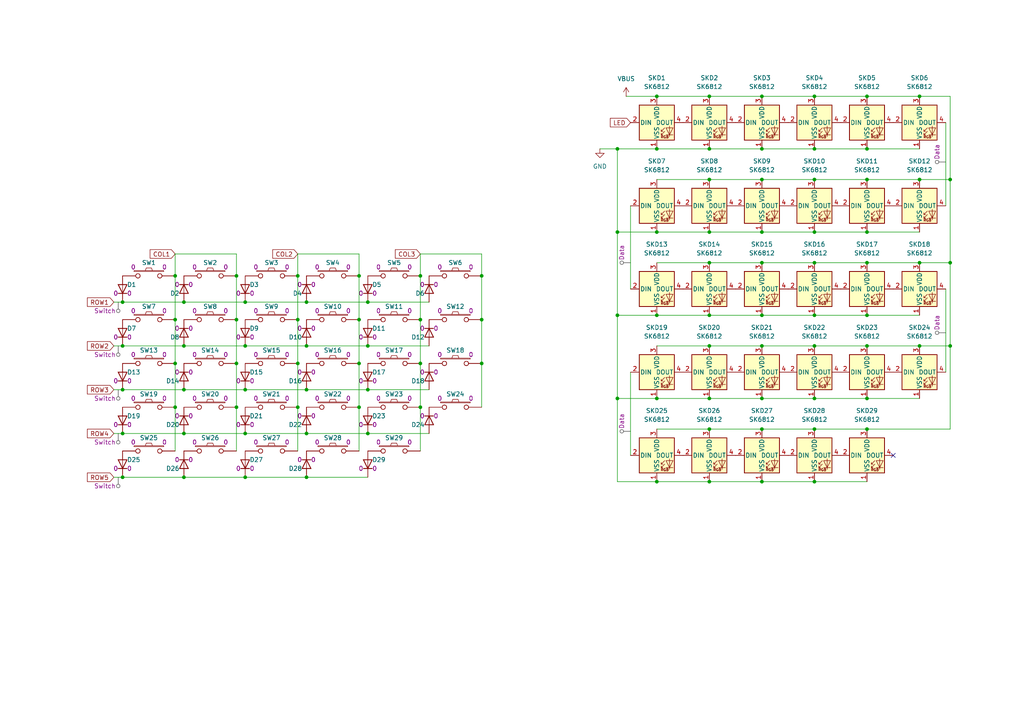
<source format=kicad_sch>
(kicad_sch (version 20250114) (generator "eeschema") (generator_version "9.0")
  (paper "A4")
  (lib_symbols
    (symbol "LED:SK6812" (pin_names (offset 0.254))
      (property "Reference" "D" (at 5.08 5.715 0))
      (property "Value" "SK6812" (at 1.27 -5.715 0))
      (symbol "SK6812_0_0"
        (text "RGB" (at 2.286 -4.191 0) (effects (font (size 0.762 0.762))))
      )
      (symbol "SK6812_0_1"
        (polyline (pts (xy 1.27 -2.54) (xy 1.778 -2.54)))
        (polyline (pts (xy 1.27 -3.556) (xy 1.778 -3.556)))
        (polyline (pts (xy 2.286 -1.524) (xy 1.27 -2.54) (xy 1.27 -2.032)))
        (polyline (pts (xy 2.286 -2.54) (xy 1.27 -3.556) (xy 1.27 -3.048)))
        (polyline (pts (xy 3.683 -1.016) (xy 3.683 -3.556) (xy 3.683 -4.064)))
        (polyline (pts (xy 4.699 -1.524) (xy 2.667 -1.524) (xy 3.683 -3.556) (xy 4.699 -1.524)))
        (polyline (pts (xy 4.699 -3.556) (xy 2.667 -3.556)))
        (rectangle (start 5.08 5.08) (end -5.08 -5.08) (stroke (width 0.254)) (fill (type background)))
      )
      (symbol "SK6812_1_1"
        (pin input line (at -7.62 0 0) (length 2.54) (name "DIN") (number "2"))
        (pin power_in line (at 0 7.62 270) (length 2.54) (name "VDD") (number "3"))
        (pin power_in line (at 0 -7.62 90) (length 2.54) (name "VSS") (number "1"))
        (pin output line (at 7.62 0 180) (length 2.54) (name "DOUT") (number "4"))
      )
    )
    (symbol "power:GND" (power) (pin_numbers (hide yes)) (pin_names (offset 0) (hide yes))
      (property "Value" "GND" (at 0 -3.81 0))
      (symbol "GND_0_1"
        (polyline (pts (xy 0 0) (xy 0 -1.27) (xy 1.27 -1.27) (xy 0 -2.54) (xy -1.27 -1.27) (xy 0 -1.27)))
      )
      (symbol "GND_1_1"
        (pin power_in line (at 0 0 270) (length 0) (name "~") (number "1"))
      )
    )
    (symbol "power:VCC" (power) (pin_numbers (hide yes)) (pin_names (offset 0) (hide yes))
      (property "Value" "VCC" (at 0 3.556 0))
      (symbol "VCC_0_1"
        (polyline (pts (xy -0.762 1.27) (xy 0 2.54)))
        (polyline (pts (xy 0 2.54) (xy 0.762 1.27)))
        (polyline (pts (xy 0 0) (xy 0 2.54)))
      )
      (symbol "VCC_1_1"
        (pin power_in line (at 0 0 90) (length 0) (name "~") (number "1"))
      )
    )
    (symbol "zzkeeb:Diode" (pin_numbers (hide yes)) (pin_names (offset 1.016) (hide yes))
      (property "Reference" "D" (at 1.27 1.27 0))
      (property "row" "0" (at -1.27 -1.27 0))
      (property "col" "0" (at 1.27 -1.27 0))
      (symbol "Diode_0_1"
        (polyline (pts (xy -1.27 1.27) (xy 1.27 1.27) (xy 0 -1.27) (xy -1.27 1.27)) (stroke (width 0.254)))
        (polyline (pts (xy -1.27 -1.27) (xy 1.27 -1.27)) (stroke (width 0.254)))
        (polyline (pts (xy 0 1.27) (xy 0 -1.27)))
      )
      (symbol "Diode_1_1"
        (pin passive line (at 0 3.81 270) (length 2.54) (name "A") (number "2"))
        (pin passive line (at 0 -3.81 90) (length 2.54) (name "K") (number "1"))
      )
    )
    (symbol "zzkeeb:Switch" (pin_numbers (hide yes)) (pin_names (offset 1.016) (hide yes))
      (property "Reference" "SW" (at 0 3.81 0))
      (property "row" "0" (at -3.81 2.54 0))
      (property "col" "0" (at 3.81 2.54 0))
      (symbol "Switch_0_1"
        (rectangle (start -4.318 1.524) (end 4.318 1.27))
        (polyline (pts (xy -1.016 1.524) (xy -0.762 2.286) (xy 0.762 2.286) (xy 1.016 1.524)))
        (pin passive inverted (at -7.62 0 0) (length 5.08) (name "1") (number "1"))
        (pin passive inverted (at 7.62 0 180) (length 5.08) (name "2") (number "2"))
      )
    )
  )
  (junction (at 205.74 100.33))
  (junction (at 104.14 118.11))
  (junction (at 236.22 91.44))
  (junction (at 220.98 91.44))
  (junction (at 50.8 118.11))
  (junction (at 121.92 118.11))
  (junction (at 205.74 67.31))
  (junction (at 86.36 118.11))
  (junction (at 88.9 113.03))
  (junction (at 190.5 139.7))
  (junction (at 71.12 87.63))
  (junction (at 205.74 124.46))
  (junction (at 205.74 91.44))
  (junction (at 71.12 100.33))
  (junction (at 251.46 52.07))
  (junction (at 106.68 100.33))
  (junction (at 50.8 92.71))
  (junction (at 251.46 124.46))
  (junction (at 139.7 92.71))
  (junction (at 236.22 124.46))
  (junction (at 121.92 92.71))
  (junction (at 50.8 105.41))
  (junction (at 104.14 80.01))
  (junction (at 88.9 87.63))
  (junction (at 220.98 139.7))
  (junction (at 266.7 27.94))
  (junction (at 88.9 138.43))
  (junction (at 35.56 138.43))
  (junction (at 179.07 67.31))
  (junction (at 251.46 67.31))
  (junction (at 68.58 80.01))
  (junction (at 106.68 125.73))
  (junction (at 35.56 87.63))
  (junction (at 179.07 43.18))
  (junction (at 205.74 139.7))
  (junction (at 86.36 80.01))
  (junction (at 139.7 80.01))
  (junction (at 68.58 118.11))
  (junction (at 35.56 113.03))
  (junction (at 190.5 91.44))
  (junction (at 220.98 67.31))
  (junction (at 104.14 92.71))
  (junction (at 236.22 43.18))
  (junction (at 266.7 52.07))
  (junction (at 275.59 52.07))
  (junction (at 190.5 115.57))
  (junction (at 251.46 43.18))
  (junction (at 275.59 100.33))
  (junction (at 190.5 43.18))
  (junction (at 139.7 105.41))
  (junction (at 53.34 125.73))
  (junction (at 236.22 115.57))
  (junction (at 71.12 138.43))
  (junction (at 251.46 76.2))
  (junction (at 190.5 67.31))
  (junction (at 220.98 115.57))
  (junction (at 251.46 100.33))
  (junction (at 220.98 124.46))
  (junction (at 236.22 100.33))
  (junction (at 220.98 100.33))
  (junction (at 236.22 27.94))
  (junction (at 50.8 80.01))
  (junction (at 35.56 100.33))
  (junction (at 220.98 27.94))
  (junction (at 53.34 113.03))
  (junction (at 179.07 115.57))
  (junction (at 106.68 113.03))
  (junction (at 121.92 105.41))
  (junction (at 71.12 113.03))
  (junction (at 121.92 80.01))
  (junction (at 205.74 76.2))
  (junction (at 236.22 67.31))
  (junction (at 220.98 43.18))
  (junction (at 53.34 138.43))
  (junction (at 106.68 87.63))
  (junction (at 68.58 105.41))
  (junction (at 275.59 76.2))
  (junction (at 266.7 100.33))
  (junction (at 205.74 52.07))
  (junction (at 236.22 76.2))
  (junction (at 179.07 91.44))
  (junction (at 251.46 115.57))
  (junction (at 86.36 105.41))
  (junction (at 251.46 27.94))
  (junction (at 205.74 27.94))
  (junction (at 190.5 27.94))
  (junction (at 266.7 76.2))
  (junction (at 104.14 105.41))
  (junction (at 88.9 125.73))
  (junction (at 35.56 125.73))
  (junction (at 88.9 100.33))
  (junction (at 220.98 52.07))
  (junction (at 251.46 91.44))
  (junction (at 53.34 87.63))
  (junction (at 53.34 100.33))
  (junction (at 220.98 76.2))
  (junction (at 86.36 92.71))
  (junction (at 68.58 92.71))
  (junction (at 236.22 139.7))
  (junction (at 205.74 115.57))
  (junction (at 205.74 43.18))
  (junction (at 236.22 52.07))
  (junction (at 71.12 125.73))
  (no_connect (at 259.08 132.08))
  (wire (pts (xy 88.9 113.03) (xy 106.68 113.03)))
  (wire (pts (xy 251.46 91.44) (xy 266.7 91.44)))
  (wire (pts (xy 53.34 100.33) (xy 71.12 100.33)))
  (wire (pts (xy 236.22 52.07) (xy 251.46 52.07)))
  (wire (pts (xy 86.36 118.11) (xy 86.36 130.81)))
  (wire (pts (xy 220.98 91.44) (xy 236.22 91.44)))
  (wire (pts (xy 35.56 87.63) (xy 53.34 87.63)))
  (wire (pts (xy 205.74 76.2) (xy 220.98 76.2)))
  (wire (pts (xy 179.07 91.44) (xy 179.07 115.57)))
  (wire (pts (xy 71.12 138.43) (xy 88.9 138.43)))
  (wire (pts (xy 205.74 100.33) (xy 220.98 100.33)))
  (wire (pts (xy 236.22 139.7) (xy 251.46 139.7)))
  (wire (pts (xy 88.9 87.63) (xy 106.68 87.63)))
  (wire (pts (xy 190.5 115.57) (xy 205.74 115.57)))
  (wire (pts (xy 205.74 91.44) (xy 220.98 91.44)))
  (wire (pts (xy 53.34 138.43) (xy 71.12 138.43)))
  (wire (pts (xy 53.34 113.03) (xy 71.12 113.03)))
  (wire (pts (xy 50.8 118.11) (xy 50.8 130.81)))
  (wire (pts (xy 71.12 87.63) (xy 88.9 87.63)))
  (wire (pts (xy 139.7 92.71) (xy 139.7 105.41)))
  (wire (pts (xy 236.22 67.31) (xy 251.46 67.31)))
  (wire (pts (xy 88.9 100.33) (xy 106.68 100.33)))
  (wire (pts (xy 86.36 105.41) (xy 86.36 118.11)))
  (wire (pts (xy 220.98 139.7) (xy 236.22 139.7)))
  (wire (pts (xy 205.74 139.7) (xy 220.98 139.7)))
  (wire (pts (xy 104.14 80.01) (xy 104.14 92.71)))
  (wire (pts (xy 106.68 113.03) (xy 124.46 113.03)))
  (wire (pts (xy 179.07 67.31) (xy 179.07 91.44)))
  (wire (pts (xy 220.98 115.57) (xy 236.22 115.57)))
  (wire (pts (xy 179.07 139.7) (xy 190.5 139.7)))
  (wire (pts (xy 50.8 105.41) (xy 50.8 118.11)))
  (wire (pts (xy 220.98 52.07) (xy 236.22 52.07)))
  (wire (pts (xy 190.5 91.44) (xy 205.74 91.44)))
  (wire (pts (xy 220.98 100.33) (xy 236.22 100.33)))
  (wire (pts (xy 275.59 27.94) (xy 275.59 52.07)))
  (wire (pts (xy 139.7 73.66) (xy 139.7 80.01)))
  (wire (pts (xy 33.02 113.03) (xy 35.56 113.03)))
  (wire (pts (xy 236.22 91.44) (xy 251.46 91.44)))
  (wire (pts (xy 190.5 76.2) (xy 205.74 76.2)))
  (wire (pts (xy 190.5 100.33) (xy 205.74 100.33)))
  (wire (pts (xy 220.98 43.18) (xy 236.22 43.18)))
  (wire (pts (xy 179.07 115.57) (xy 179.07 139.7)))
  (wire (pts (xy 139.7 105.41) (xy 139.7 118.11)))
  (wire (pts (xy 179.07 115.57) (xy 190.5 115.57)))
  (wire (pts (xy 251.46 76.2) (xy 266.7 76.2)))
  (wire (pts (xy 251.46 43.18) (xy 266.7 43.18)))
  (wire (pts (xy 139.7 80.01) (xy 139.7 92.71)))
  (wire (pts (xy 33.02 125.73) (xy 35.56 125.73)))
  (wire (pts (xy 205.74 27.94) (xy 220.98 27.94)))
  (wire (pts (xy 71.12 125.73) (xy 88.9 125.73)))
  (wire (pts (xy 266.7 52.07) (xy 275.59 52.07)))
  (wire (pts (xy 251.46 67.31) (xy 266.7 67.31)))
  (wire (pts (xy 205.74 115.57) (xy 220.98 115.57)))
  (wire (pts (xy 86.36 73.66) (xy 104.14 73.66)))
  (wire (pts (xy 88.9 125.73) (xy 106.68 125.73)))
  (wire (pts (xy 35.56 100.33) (xy 53.34 100.33)))
  (wire (pts (xy 205.74 43.18) (xy 220.98 43.18)))
  (wire (pts (xy 220.98 76.2) (xy 236.22 76.2)))
  (wire (pts (xy 236.22 27.94) (xy 251.46 27.94)))
  (wire (pts (xy 251.46 100.33) (xy 266.7 100.33)))
  (wire (pts (xy 190.5 27.94) (xy 205.74 27.94)))
  (wire (pts (xy 251.46 124.46) (xy 275.59 124.46)))
  (wire (pts (xy 50.8 73.66) (xy 50.8 80.01)))
  (wire (pts (xy 121.92 73.66) (xy 139.7 73.66)))
  (wire (pts (xy 275.59 76.2) (xy 266.7 76.2)))
  (wire (pts (xy 179.07 91.44) (xy 190.5 91.44)))
  (wire (pts (xy 190.5 67.31) (xy 205.74 67.31)))
  (wire (pts (xy 190.5 124.46) (xy 205.74 124.46)))
  (wire (pts (xy 68.58 118.11) (xy 68.58 130.81)))
  (wire (pts (xy 236.22 76.2) (xy 251.46 76.2)))
  (wire (pts (xy 275.59 100.33) (xy 266.7 100.33)))
  (wire (pts (xy 50.8 73.66) (xy 68.58 73.66)))
  (wire (pts (xy 182.88 59.69) (xy 182.88 83.82)))
  (wire (pts (xy 68.58 73.66) (xy 68.58 80.01)))
  (wire (pts (xy 35.56 138.43) (xy 53.34 138.43)))
  (wire (pts (xy 121.92 73.66) (xy 121.92 80.01)))
  (wire (pts (xy 274.32 35.56) (xy 274.32 59.69)))
  (wire (pts (xy 190.5 52.07) (xy 205.74 52.07)))
  (wire (pts (xy 220.98 27.94) (xy 236.22 27.94)))
  (wire (pts (xy 220.98 124.46) (xy 236.22 124.46)))
  (wire (pts (xy 33.02 87.63) (xy 35.56 87.63)))
  (wire (pts (xy 71.12 100.33) (xy 88.9 100.33)))
  (wire (pts (xy 182.88 107.95) (xy 182.88 132.08)))
  (wire (pts (xy 190.5 139.7) (xy 205.74 139.7)))
  (wire (pts (xy 236.22 43.18) (xy 251.46 43.18)))
  (wire (pts (xy 205.74 124.46) (xy 220.98 124.46)))
  (wire (pts (xy 104.14 92.71) (xy 104.14 105.41)))
  (wire (pts (xy 190.5 43.18) (xy 205.74 43.18)))
  (wire (pts (xy 86.36 92.71) (xy 86.36 105.41)))
  (wire (pts (xy 251.46 27.94) (xy 266.7 27.94)))
  (wire (pts (xy 205.74 52.07) (xy 220.98 52.07)))
  (wire (pts (xy 104.14 73.66) (xy 104.14 80.01)))
  (wire (pts (xy 68.58 92.71) (xy 68.58 105.41)))
  (wire (pts (xy 35.56 113.03) (xy 53.34 113.03)))
  (wire (pts (xy 86.36 80.01) (xy 86.36 92.71)))
  (wire (pts (xy 121.92 80.01) (xy 121.92 92.71)))
  (wire (pts (xy 106.68 100.33) (xy 124.46 100.33)))
  (wire (pts (xy 173.99 43.18) (xy 179.07 43.18)))
  (wire (pts (xy 35.56 125.73) (xy 53.34 125.73)))
  (wire (pts (xy 236.22 124.46) (xy 251.46 124.46)))
  (wire (pts (xy 251.46 52.07) (xy 266.7 52.07)))
  (wire (pts (xy 53.34 125.73) (xy 71.12 125.73)))
  (wire (pts (xy 275.59 76.2) (xy 275.59 100.33)))
  (wire (pts (xy 181.61 27.94) (xy 190.5 27.94)))
  (wire (pts (xy 236.22 115.57) (xy 251.46 115.57)))
  (wire (pts (xy 106.68 87.63) (xy 124.46 87.63)))
  (wire (pts (xy 33.02 100.33) (xy 35.56 100.33)))
  (wire (pts (xy 251.46 115.57) (xy 266.7 115.57)))
  (wire (pts (xy 205.74 67.31) (xy 220.98 67.31)))
  (wire (pts (xy 275.59 52.07) (xy 275.59 76.2)))
  (wire (pts (xy 121.92 105.41) (xy 121.92 118.11)))
  (wire (pts (xy 50.8 80.01) (xy 50.8 92.71)))
  (wire (pts (xy 68.58 105.41) (xy 68.58 118.11)))
  (wire (pts (xy 274.32 83.82) (xy 274.32 107.95)))
  (wire (pts (xy 179.07 43.18) (xy 179.07 67.31)))
  (wire (pts (xy 179.07 67.31) (xy 190.5 67.31)))
  (wire (pts (xy 50.8 92.71) (xy 50.8 105.41)))
  (wire (pts (xy 220.98 67.31) (xy 236.22 67.31)))
  (wire (pts (xy 266.7 27.94) (xy 275.59 27.94)))
  (wire (pts (xy 53.34 87.63) (xy 71.12 87.63)))
  (wire (pts (xy 236.22 100.33) (xy 251.46 100.33)))
  (wire (pts (xy 86.36 73.66) (xy 86.36 80.01)))
  (wire (pts (xy 68.58 80.01) (xy 68.58 92.71)))
  (wire (pts (xy 71.12 113.03) (xy 88.9 113.03)))
  (wire (pts (xy 88.9 138.43) (xy 106.68 138.43)))
  (wire (pts (xy 104.14 105.41) (xy 104.14 118.11)))
  (wire (pts (xy 104.14 118.11) (xy 104.14 130.81)))
  (wire (pts (xy 121.92 118.11) (xy 121.92 130.81)))
  (wire (pts (xy 179.07 43.18) (xy 190.5 43.18)))
  (wire (pts (xy 106.68 125.73) (xy 124.46 125.73)))
  (wire (pts (xy 275.59 100.33) (xy 275.59 124.46)))
  (wire (pts (xy 121.92 92.71) (xy 121.92 105.41)))
  (wire (pts (xy 33.02 138.43) (xy 35.56 138.43)))
  (global_label "ROW2" (shape input) (at 33.02 100.33 180) (property "Intersheetrefs" "${INTERSHEET_REFS}" (effects (hide yes))))
  (global_label "ROW5" (shape input) (at 33.02 138.43 180) (property "Intersheetrefs" "${INTERSHEET_REFS}" (effects (hide yes))))
  (global_label "ROW1" (shape input) (at 33.02 87.63 180) (property "Intersheetrefs" "${INTERSHEET_REFS}" (effects (hide yes))))
  (global_label "COL3" (shape input) (at 121.92 73.66 180) (property "Intersheetrefs" "${INTERSHEET_REFS}" (effects (hide yes))))
  (global_label "COL2" (shape input) (at 86.36 73.66 180) (property "Intersheetrefs" "${INTERSHEET_REFS}" (effects (hide yes))))
  (global_label "COL1" (shape input) (at 50.8 73.66 180) (property "Intersheetrefs" "${INTERSHEET_REFS}" (effects (hide yes))))
  (global_label "ROW4" (shape input) (at 33.02 125.73 180) (property "Intersheetrefs" "${INTERSHEET_REFS}" (effects (hide yes))))
  (global_label "LED" (shape input) (at 182.88 35.56 180) (property "Intersheetrefs" "${INTERSHEET_REFS}" (effects (hide yes))))
  (global_label "ROW3" (shape input) (at 33.02 113.03 180) (property "Intersheetrefs" "${INTERSHEET_REFS}" (effects (hide yes))))
  (netclass_flag "" (length 2.54) (shape round) (at 274.32 96.52 90) (property "Netclass" "Data" (at 271.78 95.8215 90) (effects (justify left))))
  (netclass_flag "" (length 2.54) (shape round) (at 34.29 125.73 180) (property "Netclass" "Switch" (at 33.5915 128.27 0) (effects (justify right))))
  (netclass_flag "" (length 2.54) (shape round) (at 182.88 76.2 90) (property "Netclass" "Data" (at 180.34 75.5015 90) (effects (justify left))))
  (netclass_flag "" (length 2.54) (shape round) (at 34.29 100.33 180) (property "Netclass" "Switch" (at 33.5915 102.87 0) (effects (justify right))))
  (netclass_flag "" (length 2.54) (shape round) (at 274.32 46.99 90) (property "Netclass" "Data" (at 271.78 46.2915 90) (effects (justify left))))
  (netclass_flag "" (length 2.54) (shape round) (at 182.88 125.095 90) (property "Netclass" "Data" (at 180.34 124.3965 90) (effects (justify left))))
  (netclass_flag "" (length 2.54) (shape round) (at 34.29 113.03 180) (property "Netclass" "Switch" (at 33.5915 115.57 0) (effects (justify right))))
  (netclass_flag "" (length 2.54) (shape round) (at 34.29 138.43 180) (property "Netclass" "Switch" (at 33.5915 140.97 0) (effects (justify right))))
  (netclass_flag "" (length 2.54) (shape round) (at 34.29 87.63 180) (property "Netclass" "Switch" (at 33.5915 90.17 0) (effects (justify right))))
  (symbol (lib_id "LED:SK6812") (at 236.22 83.82 0) (unit 1) (in_bom no)
    (property "Reference" "SKD16" (at 236.22 70.866 0))
    (property "Value" "SK6812" (at 236.22 73.406 0))
    (property "Footprint" "LED_SMD:LED_SK6812_PLCC4_5.0x5.0mm_P3.2mm" (effects (hide yes)))
    (property "Datasheet" "https://cdn-shop.adafruit.com/product-files/1138/SK6812+LED+datasheet+.pdf" (effects (hide yes)))
    (property "Description" "RGB LED with integrated controller" (effects (hide yes)))
  )
  (symbol (lib_id "zzkeeb:Switch") (at 132.08 80.01 0) (unit 1)
    (property "Reference" "SW6" (at 132.08 76.2 0))
    (property "Value" "Switch" (effects (hide yes)))
    (property "Footprint" "keyswitches:Kailh_socket_PG1350" (effects (hide yes)))
    (property "row" "0" (at 128.27 77.47 0) (effects (justify right)))
    (property "col" "0" (at 135.89 77.47 0) (effects (justify left)))
  )
  (symbol (lib_id "zzkeeb:Switch") (at 114.3 80.01 0) (unit 1)
    (property "Reference" "SW5" (at 114.3 76.2 0))
    (property "Value" "Switch" (effects (hide yes)))
    (property "Footprint" "keyswitches:Kailh_socket_PG1350" (effects (hide yes)))
    (property "row" "0" (at 110.49 77.47 0) (effects (justify right)))
    (property "col" "0" (at 118.11 77.47 0) (effects (justify left)))
  )
  (symbol (lib_id "zzkeeb:Switch") (at 43.18 92.71 0) (unit 1)
    (property "Reference" "SW7" (at 43.18 88.9 0))
    (property "Value" "Switch" (effects (hide yes)))
    (property "Footprint" "keyswitches:Kailh_socket_PG1350" (effects (hide yes)))
    (property "row" "0" (at 39.37 90.17 0) (effects (justify right)))
    (property "col" "0" (at 46.99 90.17 0) (effects (justify left)))
  )
  (symbol (lib_id "LED:SK6812") (at 205.74 132.08 0) (unit 1) (in_bom no)
    (property "Reference" "SKD26" (at 205.74 119.126 0))
    (property "Value" "SK6812" (at 205.74 121.666 0))
    (property "Footprint" "LED_SMD:LED_SK6812_PLCC4_5.0x5.0mm_P3.2mm" (effects (hide yes)))
    (property "Datasheet" "https://cdn-shop.adafruit.com/product-files/1138/SK6812+LED+datasheet+.pdf" (effects (hide yes)))
    (property "Description" "RGB LED with integrated controller" (effects (hide yes)))
  )
  (symbol (lib_id "LED:SK6812") (at 251.46 107.95 0) (unit 1) (in_bom no)
    (property "Reference" "SKD23" (at 251.46 94.996 0))
    (property "Value" "SK6812" (at 251.46 97.536 0))
    (property "Footprint" "LED_SMD:LED_SK6812_PLCC4_5.0x5.0mm_P3.2mm" (effects (hide yes)))
    (property "Datasheet" "https://cdn-shop.adafruit.com/product-files/1138/SK6812+LED+datasheet+.pdf" (effects (hide yes)))
    (property "Description" "RGB LED with integrated controller" (effects (hide yes)))
  )
  (symbol (lib_id "zzkeeb:Switch") (at 60.96 92.71 0) (unit 1)
    (property "Reference" "SW8" (at 60.96 88.9 0))
    (property "Value" "Switch" (effects (hide yes)))
    (property "Footprint" "keyswitches:Kailh_socket_PG1350" (effects (hide yes)))
    (property "row" "0" (at 57.15 90.17 0) (effects (justify right)))
    (property "col" "0" (at 64.77 90.17 0) (effects (justify left)))
  )
  (symbol (lib_id "zzkeeb:Switch") (at 60.96 80.01 0) (unit 1)
    (property "Reference" "SW2" (at 60.96 76.2 0))
    (property "Value" "Switch" (effects (hide yes)))
    (property "Footprint" "keyswitches:Kailh_socket_PG1350" (effects (hide yes)))
    (property "row" "0" (at 57.15 77.47 0) (effects (justify right)))
    (property "col" "0" (at 64.77 77.47 0) (effects (justify left)))
  )
  (symbol (lib_id "zzkeeb:Switch") (at 96.52 118.11 0) (unit 1)
    (property "Reference" "SW22" (at 96.52 114.3 0))
    (property "Value" "Switch" (effects (hide yes)))
    (property "Footprint" "keyswitches:Kailh_socket_PG1350" (effects (hide yes)))
    (property "row" "0" (at 92.71 115.57 0) (effects (justify right)))
    (property "col" "0" (at 100.33 115.57 0) (effects (justify left)))
  )
  (symbol (lib_id "LED:SK6812") (at 190.5 59.69 0) (unit 1) (in_bom no)
    (property "Reference" "SKD7" (at 190.5 46.736 0))
    (property "Value" "SK6812" (at 190.5 49.276 0))
    (property "Footprint" "LED_SMD:LED_SK6812_PLCC4_5.0x5.0mm_P3.2mm" (effects (hide yes)))
    (property "Datasheet" "https://cdn-shop.adafruit.com/product-files/1138/SK6812+LED+datasheet+.pdf" (effects (hide yes)))
    (property "Description" "RGB LED with integrated controller" (effects (hide yes)))
  )
  (symbol (lib_id "power:GND") (at 173.99 43.18 0) (unit 1)
    (property "Reference" "#PWR012" (effects (hide yes)))
    (property "Value" "GND" (at 173.99 48.26 0))
    (property "Description" "Power symbol creates a global label with name \"GND\" , ground" (effects (hide yes)))
  )
  (symbol (lib_id "zzkeeb:Diode") (at 88.9 121.92 180) (unit 1) (in_bom no)
    (property "Reference" "D22" (at 87.63 123.19 0) (effects (justify left)))
    (property "Value" "Diode" (effects (hide yes)))
    (property "Footprint" "Diode_SMD:D_0805_2012Metric" (effects (hide yes)))
    (property "Description" "Diode" (effects (hide yes)))
    (property "Sim.Device" "D" (effects (hide yes)))
    (property "Sim.Pins" "1=K 2=A" (effects (hide yes)))
    (property "row" "0" (at 90.17 120.65 0) (effects (justify right)))
    (property "col" "0" (at 87.63 120.65 0) (effects (justify left)))
  )
  (symbol (lib_id "LED:SK6812") (at 205.74 59.69 0) (unit 1) (in_bom no)
    (property "Reference" "SKD8" (at 205.74 46.736 0))
    (property "Value" "SK6812" (at 205.74 49.276 0))
    (property "Footprint" "LED_SMD:LED_SK6812_PLCC4_5.0x5.0mm_P3.2mm" (effects (hide yes)))
    (property "Datasheet" "https://cdn-shop.adafruit.com/product-files/1138/SK6812+LED+datasheet+.pdf" (effects (hide yes)))
    (property "Description" "RGB LED with integrated controller" (effects (hide yes)))
  )
  (symbol (lib_id "LED:SK6812") (at 251.46 83.82 0) (unit 1) (in_bom no)
    (property "Reference" "SKD17" (at 251.46 70.866 0))
    (property "Value" "SK6812" (at 251.46 73.406 0))
    (property "Footprint" "LED_SMD:LED_SK6812_PLCC4_5.0x5.0mm_P3.2mm" (effects (hide yes)))
    (property "Datasheet" "https://cdn-shop.adafruit.com/product-files/1138/SK6812+LED+datasheet+.pdf" (effects (hide yes)))
    (property "Description" "RGB LED with integrated controller" (effects (hide yes)))
  )
  (symbol (lib_id "zzkeeb:Diode") (at 35.56 134.62 0) (unit 1) (in_bom no)
    (property "Reference" "D25" (at 36.83 133.35 0) (effects (justify left)))
    (property "Value" "Diode" (effects (hide yes)))
    (property "Footprint" "Diode_SMD:D_0805_2012Metric" (effects (hide yes)))
    (property "Description" "Diode" (effects (hide yes)))
    (property "Sim.Device" "D" (effects (hide yes)))
    (property "Sim.Pins" "1=K 2=A" (effects (hide yes)))
    (property "row" "0" (at 34.29 135.89 0) (effects (justify right)))
    (property "col" "0" (at 36.83 135.89 0) (effects (justify left)))
  )
  (symbol (lib_id "zzkeeb:Diode") (at 35.56 96.52 0) (unit 1) (in_bom no)
    (property "Reference" "D7" (at 36.83 95.25 0) (effects (justify left)))
    (property "Value" "Diode" (effects (hide yes)))
    (property "Footprint" "Diode_SMD:D_0805_2012Metric" (effects (hide yes)))
    (property "Description" "Diode" (effects (hide yes)))
    (property "Sim.Device" "D" (effects (hide yes)))
    (property "Sim.Pins" "1=K 2=A" (effects (hide yes)))
    (property "row" "0" (at 34.29 97.79 0) (effects (justify right)))
    (property "col" "0" (at 36.83 97.79 0) (effects (justify left)))
  )
  (symbol (lib_id "zzkeeb:Diode") (at 88.9 83.82 180) (unit 1) (in_bom no)
    (property "Reference" "D4" (at 87.63 85.09 0) (effects (justify left)))
    (property "Value" "Diode" (effects (hide yes)))
    (property "Footprint" "Diode_SMD:D_0805_2012Metric" (effects (hide yes)))
    (property "Description" "Diode" (effects (hide yes)))
    (property "Sim.Device" "D" (effects (hide yes)))
    (property "Sim.Pins" "1=K 2=A" (effects (hide yes)))
    (property "row" "0" (at 90.17 82.55 0) (effects (justify right)))
    (property "col" "0" (at 87.63 82.55 0) (effects (justify left)))
  )
  (symbol (lib_id "LED:SK6812") (at 251.46 132.08 0) (unit 1) (in_bom no)
    (property "Reference" "SKD29" (at 251.46 119.126 0))
    (property "Value" "SK6812" (at 251.46 121.666 0))
    (property "Footprint" "LED_SMD:LED_SK6812_PLCC4_5.0x5.0mm_P3.2mm" (effects (hide yes)))
    (property "Datasheet" "https://cdn-shop.adafruit.com/product-files/1138/SK6812+LED+datasheet+.pdf" (effects (hide yes)))
    (property "Description" "RGB LED with integrated controller" (effects (hide yes)))
  )
  (symbol (lib_id "zzkeeb:Diode") (at 53.34 109.22 180) (unit 1) (in_bom no)
    (property "Reference" "D14" (at 52.07 110.49 0) (effects (justify left)))
    (property "Value" "Diode" (effects (hide yes)))
    (property "Footprint" "Diode_SMD:D_0805_2012Metric" (effects (hide yes)))
    (property "Description" "Diode" (effects (hide yes)))
    (property "Sim.Device" "D" (effects (hide yes)))
    (property "Sim.Pins" "1=K 2=A" (effects (hide yes)))
    (property "row" "0" (at 54.61 107.95 0) (effects (justify right)))
    (property "col" "0" (at 52.07 107.95 0) (effects (justify left)))
  )
  (symbol (lib_id "zzkeeb:Diode") (at 124.46 96.52 180) (unit 1) (in_bom no)
    (property "Reference" "D12" (at 123.19 97.79 0) (effects (justify left)))
    (property "Value" "Diode" (effects (hide yes)))
    (property "Footprint" "Diode_SMD:D_0805_2012Metric" (effects (hide yes)))
    (property "Description" "Diode" (effects (hide yes)))
    (property "Sim.Device" "D" (effects (hide yes)))
    (property "Sim.Pins" "1=K 2=A" (effects (hide yes)))
    (property "row" "0" (at 125.73 95.25 0) (effects (justify right)))
    (property "col" "0" (at 123.19 95.25 0) (effects (justify left)))
  )
  (symbol (lib_id "zzkeeb:Diode") (at 71.12 109.22 0) (unit 1) (in_bom no)
    (property "Reference" "D15" (at 72.39 107.95 0) (effects (justify left)))
    (property "Value" "Diode" (effects (hide yes)))
    (property "Footprint" "Diode_SMD:D_0805_2012Metric" (effects (hide yes)))
    (property "Description" "Diode" (effects (hide yes)))
    (property "Sim.Device" "D" (effects (hide yes)))
    (property "Sim.Pins" "1=K 2=A" (effects (hide yes)))
    (property "row" "0" (at 69.85 110.49 0) (effects (justify right)))
    (property "col" "0" (at 72.39 110.49 0) (effects (justify left)))
  )
  (symbol (lib_id "LED:SK6812") (at 236.22 132.08 0) (unit 1) (in_bom no)
    (property "Reference" "SKD28" (at 236.22 119.126 0))
    (property "Value" "SK6812" (at 236.22 121.666 0))
    (property "Footprint" "LED_SMD:LED_SK6812_PLCC4_5.0x5.0mm_P3.2mm" (effects (hide yes)))
    (property "Datasheet" "https://cdn-shop.adafruit.com/product-files/1138/SK6812+LED+datasheet+.pdf" (effects (hide yes)))
    (property "Description" "RGB LED with integrated controller" (effects (hide yes)))
  )
  (symbol (lib_id "zzkeeb:Switch") (at 132.08 105.41 0) (unit 1)
    (property "Reference" "SW18" (at 132.08 101.6 0))
    (property "Value" "Switch" (effects (hide yes)))
    (property "Footprint" "keyswitches:Kailh_socket_PG1350" (effects (hide yes)))
    (property "row" "0" (at 128.27 102.87 0) (effects (justify right)))
    (property "col" "0" (at 135.89 102.87 0) (effects (justify left)))
  )
  (symbol (lib_id "LED:SK6812") (at 205.74 83.82 0) (unit 1) (in_bom no)
    (property "Reference" "SKD14" (at 205.74 70.866 0))
    (property "Value" "SK6812" (at 205.74 73.406 0))
    (property "Footprint" "LED_SMD:LED_SK6812_PLCC4_5.0x5.0mm_P3.2mm" (effects (hide yes)))
    (property "Datasheet" "https://cdn-shop.adafruit.com/product-files/1138/SK6812+LED+datasheet+.pdf" (effects (hide yes)))
    (property "Description" "RGB LED with integrated controller" (effects (hide yes)))
  )
  (symbol (lib_id "zzkeeb:Diode") (at 71.12 96.52 0) (unit 1) (in_bom no)
    (property "Reference" "D9" (at 72.39 95.25 0) (effects (justify left)))
    (property "Value" "Diode" (effects (hide yes)))
    (property "Footprint" "Diode_SMD:D_0805_2012Metric" (effects (hide yes)))
    (property "Description" "Diode" (effects (hide yes)))
    (property "Sim.Device" "D" (effects (hide yes)))
    (property "Sim.Pins" "1=K 2=A" (effects (hide yes)))
    (property "row" "0" (at 69.85 97.79 0) (effects (justify right)))
    (property "col" "0" (at 72.39 97.79 0) (effects (justify left)))
  )
  (symbol (lib_id "power:VCC") (at 181.61 27.94 0) (unit 1)
    (property "Reference" "#PWR011" (effects (hide yes)))
    (property "Value" "VBUS" (at 181.61 22.86 0))
    (property "Description" "Power symbol creates a global label with name \"VCC\"" (effects (hide yes)))
  )
  (symbol (lib_id "zzkeeb:Diode") (at 88.9 134.62 180) (unit 1) (in_bom no)
    (property "Reference" "D28" (at 87.63 135.89 0) (effects (justify left)))
    (property "Value" "Diode" (effects (hide yes)))
    (property "Footprint" "Diode_SMD:D_0805_2012Metric" (effects (hide yes)))
    (property "Description" "Diode" (effects (hide yes)))
    (property "Sim.Device" "D" (effects (hide yes)))
    (property "Sim.Pins" "1=K 2=A" (effects (hide yes)))
    (property "row" "0" (at 90.17 133.35 0) (effects (justify right)))
    (property "col" "0" (at 87.63 133.35 0) (effects (justify left)))
  )
  (symbol (lib_id "zzkeeb:Diode") (at 53.34 121.92 180) (unit 1) (in_bom no)
    (property "Reference" "D20" (at 52.07 123.19 0) (effects (justify left)))
    (property "Value" "Diode" (effects (hide yes)))
    (property "Footprint" "Diode_SMD:D_0805_2012Metric" (effects (hide yes)))
    (property "Description" "Diode" (effects (hide yes)))
    (property "Sim.Device" "D" (effects (hide yes)))
    (property "Sim.Pins" "1=K 2=A" (effects (hide yes)))
    (property "row" "0" (at 54.61 120.65 0) (effects (justify right)))
    (property "col" "0" (at 52.07 120.65 0) (effects (justify left)))
  )
  (symbol (lib_id "LED:SK6812") (at 220.98 107.95 0) (unit 1) (in_bom no)
    (property "Reference" "SKD21" (at 220.98 94.996 0))
    (property "Value" "SK6812" (at 220.98 97.536 0))
    (property "Footprint" "LED_SMD:LED_SK6812_PLCC4_5.0x5.0mm_P3.2mm" (effects (hide yes)))
    (property "Datasheet" "https://cdn-shop.adafruit.com/product-files/1138/SK6812+LED+datasheet+.pdf" (effects (hide yes)))
    (property "Description" "RGB LED with integrated controller" (effects (hide yes)))
  )
  (symbol (lib_id "zzkeeb:Switch") (at 78.74 130.81 0) (unit 1)
    (property "Reference" "SW27" (at 78.74 127 0))
    (property "Value" "Switch" (effects (hide yes)))
    (property "Footprint" "keyswitches:Kailh_socket_PG1350" (effects (hide yes)))
    (property "row" "0" (at 74.93 128.27 0) (effects (justify right)))
    (property "col" "0" (at 82.55 128.27 0) (effects (justify left)))
  )
  (symbol (lib_id "zzkeeb:Diode") (at 106.68 109.22 0) (unit 1) (in_bom no)
    (property "Reference" "D17" (at 107.95 107.95 0) (effects (justify left)))
    (property "Value" "Diode" (effects (hide yes)))
    (property "Footprint" "Diode_SMD:D_0805_2012Metric" (effects (hide yes)))
    (property "Description" "Diode" (effects (hide yes)))
    (property "Sim.Device" "D" (effects (hide yes)))
    (property "Sim.Pins" "1=K 2=A" (effects (hide yes)))
    (property "row" "0" (at 105.41 110.49 0) (effects (justify right)))
    (property "col" "0" (at 107.95 110.49 0) (effects (justify left)))
  )
  (symbol (lib_id "LED:SK6812") (at 220.98 132.08 0) (unit 1) (in_bom no)
    (property "Reference" "SKD27" (at 220.98 119.126 0))
    (property "Value" "SK6812" (at 220.98 121.666 0))
    (property "Footprint" "LED_SMD:LED_SK6812_PLCC4_5.0x5.0mm_P3.2mm" (effects (hide yes)))
    (property "Datasheet" "https://cdn-shop.adafruit.com/product-files/1138/SK6812+LED+datasheet+.pdf" (effects (hide yes)))
    (property "Description" "RGB LED with integrated controller" (effects (hide yes)))
  )
  (symbol (lib_id "zzkeeb:Diode") (at 124.46 109.22 180) (unit 1) (in_bom no)
    (property "Reference" "D18" (at 123.19 110.49 0) (effects (justify left)))
    (property "Value" "Diode" (effects (hide yes)))
    (property "Footprint" "Diode_SMD:D_0805_2012Metric" (effects (hide yes)))
    (property "Description" "Diode" (effects (hide yes)))
    (property "Sim.Device" "D" (effects (hide yes)))
    (property "Sim.Pins" "1=K 2=A" (effects (hide yes)))
    (property "row" "0" (at 125.73 107.95 0) (effects (justify right)))
    (property "col" "0" (at 123.19 107.95 0) (effects (justify left)))
  )
  (symbol (lib_id "LED:SK6812") (at 251.46 59.69 0) (unit 1) (in_bom no)
    (property "Reference" "SKD11" (at 251.46 46.736 0))
    (property "Value" "SK6812" (at 251.46 49.276 0))
    (property "Footprint" "LED_SMD:LED_SK6812_PLCC4_5.0x5.0mm_P3.2mm" (effects (hide yes)))
    (property "Datasheet" "https://cdn-shop.adafruit.com/product-files/1138/SK6812+LED+datasheet+.pdf" (effects (hide yes)))
    (property "Description" "RGB LED with integrated controller" (effects (hide yes)))
  )
  (symbol (lib_id "zzkeeb:Switch") (at 114.3 105.41 0) (unit 1)
    (property "Reference" "SW17" (at 114.3 101.6 0))
    (property "Value" "Switch" (effects (hide yes)))
    (property "Footprint" "keyswitches:Kailh_socket_PG1350" (effects (hide yes)))
    (property "row" "0" (at 110.49 102.87 0) (effects (justify right)))
    (property "col" "0" (at 118.11 102.87 0) (effects (justify left)))
  )
  (symbol (lib_id "zzkeeb:Switch") (at 43.18 105.41 0) (unit 1)
    (property "Reference" "SW13" (at 43.18 101.6 0))
    (property "Value" "Switch" (effects (hide yes)))
    (property "Footprint" "keyswitches:Kailh_socket_PG1350" (effects (hide yes)))
    (property "row" "0" (at 39.37 102.87 0) (effects (justify right)))
    (property "col" "0" (at 46.99 102.87 0) (effects (justify left)))
  )
  (symbol (lib_id "LED:SK6812") (at 190.5 132.08 0) (unit 1) (in_bom no)
    (property "Reference" "SKD25" (at 190.5 119.126 0))
    (property "Value" "SK6812" (at 190.5 121.666 0))
    (property "Footprint" "LED_SMD:LED_SK6812_PLCC4_5.0x5.0mm_P3.2mm" (effects (hide yes)))
    (property "Datasheet" "https://cdn-shop.adafruit.com/product-files/1138/SK6812+LED+datasheet+.pdf" (effects (hide yes)))
    (property "Description" "RGB LED with integrated controller" (effects (hide yes)))
  )
  (symbol (lib_id "zzkeeb:Diode") (at 53.34 134.62 180) (unit 1) (in_bom no)
    (property "Reference" "D26" (at 52.07 135.89 0) (effects (justify left)))
    (property "Value" "Diode" (effects (hide yes)))
    (property "Footprint" "Diode_SMD:D_0805_2012Metric" (effects (hide yes)))
    (property "Description" "Diode" (effects (hide yes)))
    (property "Sim.Device" "D" (effects (hide yes)))
    (property "Sim.Pins" "1=K 2=A" (effects (hide yes)))
    (property "row" "0" (at 54.61 133.35 0) (effects (justify right)))
    (property "col" "0" (at 52.07 133.35 0) (effects (justify left)))
  )
  (symbol (lib_id "zzkeeb:Switch") (at 114.3 118.11 0) (unit 1)
    (property "Reference" "SW23" (at 114.3 114.3 0))
    (property "Value" "Switch" (effects (hide yes)))
    (property "Footprint" "keyswitches:Kailh_socket_PG1350" (effects (hide yes)))
    (property "row" "0" (at 110.49 115.57 0) (effects (justify right)))
    (property "col" "0" (at 118.11 115.57 0) (effects (justify left)))
  )
  (symbol (lib_id "zzkeeb:Switch") (at 43.18 80.01 0) (unit 1)
    (property "Reference" "SW1" (at 43.18 76.2 0))
    (property "Value" "Switch" (effects (hide yes)))
    (property "Footprint" "keyswitches:Kailh_socket_PG1350" (effects (hide yes)))
    (property "row" "0" (at 39.37 77.47 0) (effects (justify right)))
    (property "col" "0" (at 46.99 77.47 0) (effects (justify left)))
  )
  (symbol (lib_id "zzkeeb:Switch") (at 60.96 105.41 0) (unit 1)
    (property "Reference" "SW14" (at 60.96 101.6 0))
    (property "Value" "Switch" (effects (hide yes)))
    (property "Footprint" "keyswitches:Kailh_socket_PG1350" (effects (hide yes)))
    (property "row" "0" (at 57.15 102.87 0) (effects (justify right)))
    (property "col" "0" (at 64.77 102.87 0) (effects (justify left)))
  )
  (symbol (lib_id "LED:SK6812") (at 220.98 59.69 0) (unit 1) (in_bom no)
    (property "Reference" "SKD9" (at 220.98 46.736 0))
    (property "Value" "SK6812" (at 220.98 49.276 0))
    (property "Footprint" "LED_SMD:LED_SK6812_PLCC4_5.0x5.0mm_P3.2mm" (effects (hide yes)))
    (property "Datasheet" "https://cdn-shop.adafruit.com/product-files/1138/SK6812+LED+datasheet+.pdf" (effects (hide yes)))
    (property "Description" "RGB LED with integrated controller" (effects (hide yes)))
  )
  (symbol (lib_id "zzkeeb:Diode") (at 88.9 96.52 180) (unit 1) (in_bom no)
    (property "Reference" "D10" (at 87.63 97.79 0) (effects (justify left)))
    (property "Value" "Diode" (effects (hide yes)))
    (property "Footprint" "Diode_SMD:D_0805_2012Metric" (effects (hide yes)))
    (property "Description" "Diode" (effects (hide yes)))
    (property "Sim.Device" "D" (effects (hide yes)))
    (property "Sim.Pins" "1=K 2=A" (effects (hide yes)))
    (property "row" "0" (at 90.17 95.25 0) (effects (justify right)))
    (property "col" "0" (at 87.63 95.25 0) (effects (justify left)))
  )
  (symbol (lib_id "zzkeeb:Switch") (at 43.18 118.11 0) (unit 1)
    (property "Reference" "SW19" (at 43.18 114.3 0))
    (property "Value" "Switch" (effects (hide yes)))
    (property "Footprint" "keyswitches:Kailh_socket_PG1350" (effects (hide yes)))
    (property "row" "0" (at 39.37 115.57 0) (effects (justify right)))
    (property "col" "0" (at 46.99 115.57 0) (effects (justify left)))
  )
  (symbol (lib_id "zzkeeb:Diode") (at 124.46 83.82 180) (unit 1) (in_bom no)
    (property "Reference" "D6" (at 123.19 85.09 0) (effects (justify left)))
    (property "Value" "Diode" (effects (hide yes)))
    (property "Footprint" "Diode_SMD:D_0805_2012Metric" (effects (hide yes)))
    (property "Description" "Diode" (effects (hide yes)))
    (property "Sim.Device" "D" (effects (hide yes)))
    (property "Sim.Pins" "1=K 2=A" (effects (hide yes)))
    (property "row" "0" (at 125.73 82.55 0) (effects (justify right)))
    (property "col" "0" (at 123.19 82.55 0) (effects (justify left)))
  )
  (symbol (lib_id "zzkeeb:Diode") (at 71.12 83.82 0) (unit 1) (in_bom no)
    (property "Reference" "D3" (at 72.39 82.55 0) (effects (justify left)))
    (property "Value" "Diode" (effects (hide yes)))
    (property "Footprint" "Diode_SMD:D_0805_2012Metric" (effects (hide yes)))
    (property "Description" "Diode" (effects (hide yes)))
    (property "Sim.Device" "D" (effects (hide yes)))
    (property "Sim.Pins" "1=K 2=A" (effects (hide yes)))
    (property "row" "0" (at 69.85 85.09 0) (effects (justify right)))
    (property "col" "0" (at 72.39 85.09 0) (effects (justify left)))
  )
  (symbol (lib_id "zzkeeb:Switch") (at 132.08 118.11 0) (unit 1)
    (property "Reference" "SW24" (at 132.08 114.3 0))
    (property "Value" "Switch" (effects (hide yes)))
    (property "Footprint" "keyswitches:Kailh_socket_PG1350" (effects (hide yes)))
    (property "row" "0" (at 128.27 115.57 0) (effects (justify right)))
    (property "col" "0" (at 135.89 115.57 0) (effects (justify left)))
  )
  (symbol (lib_id "zzkeeb:Diode") (at 35.56 109.22 0) (unit 1) (in_bom no)
    (property "Reference" "D13" (at 36.83 107.95 0) (effects (justify left)))
    (property "Value" "Diode" (effects (hide yes)))
    (property "Footprint" "Diode_SMD:D_0805_2012Metric" (effects (hide yes)))
    (property "Description" "Diode" (effects (hide yes)))
    (property "Sim.Device" "D" (effects (hide yes)))
    (property "Sim.Pins" "1=K 2=A" (effects (hide yes)))
    (property "row" "0" (at 34.29 110.49 0) (effects (justify right)))
    (property "col" "0" (at 36.83 110.49 0) (effects (justify left)))
  )
  (symbol (lib_id "zzkeeb:Switch") (at 78.74 105.41 0) (unit 1)
    (property "Reference" "SW15" (at 78.74 101.6 0))
    (property "Value" "Switch" (effects (hide yes)))
    (property "Footprint" "keyswitches:Kailh_socket_PG1350" (effects (hide yes)))
    (property "row" "0" (at 74.93 102.87 0) (effects (justify right)))
    (property "col" "0" (at 82.55 102.87 0) (effects (justify left)))
  )
  (symbol (lib_id "LED:SK6812") (at 190.5 35.56 0) (unit 1) (in_bom no)
    (property "Reference" "SKD1" (at 190.5 22.606 0))
    (property "Value" "SK6812" (at 190.5 25.146 0))
    (property "Footprint" "LED_SMD:LED_SK6812_PLCC4_5.0x5.0mm_P3.2mm" (effects (hide yes)))
    (property "Datasheet" "https://cdn-shop.adafruit.com/product-files/1138/SK6812+LED+datasheet+.pdf" (effects (hide yes)))
    (property "Description" "RGB LED with integrated controller" (effects (hide yes)))
  )
  (symbol (lib_id "LED:SK6812") (at 266.7 83.82 0) (unit 1) (in_bom no)
    (property "Reference" "SKD18" (at 266.7 70.866 0))
    (property "Value" "SK6812" (at 266.7 73.406 0))
    (property "Footprint" "LED_SMD:LED_SK6812_PLCC4_5.0x5.0mm_P3.2mm" (effects (hide yes)))
    (property "Datasheet" "https://cdn-shop.adafruit.com/product-files/1138/SK6812+LED+datasheet+.pdf" (effects (hide yes)))
    (property "Description" "RGB LED with integrated controller" (effects (hide yes)))
  )
  (symbol (lib_id "zzkeeb:Switch") (at 132.08 92.71 0) (unit 1)
    (property "Reference" "SW12" (at 132.08 88.9 0))
    (property "Value" "Switch" (effects (hide yes)))
    (property "Footprint" "keyswitches:Kailh_socket_PG1350" (effects (hide yes)))
    (property "row" "0" (at 128.27 90.17 0) (effects (justify right)))
    (property "col" "0" (at 135.89 90.17 0) (effects (justify left)))
  )
  (symbol (lib_id "zzkeeb:Diode") (at 88.9 109.22 180) (unit 1) (in_bom no)
    (property "Reference" "D16" (at 87.63 110.49 0) (effects (justify left)))
    (property "Value" "Diode" (effects (hide yes)))
    (property "Footprint" "Diode_SMD:D_0805_2012Metric" (effects (hide yes)))
    (property "Description" "Diode" (effects (hide yes)))
    (property "Sim.Device" "D" (effects (hide yes)))
    (property "Sim.Pins" "1=K 2=A" (effects (hide yes)))
    (property "row" "0" (at 90.17 107.95 0) (effects (justify right)))
    (property "col" "0" (at 87.63 107.95 0) (effects (justify left)))
  )
  (symbol (lib_id "LED:SK6812") (at 236.22 35.56 0) (unit 1) (in_bom no)
    (property "Reference" "SKD4" (at 236.22 22.606 0))
    (property "Value" "SK6812" (at 236.22 25.146 0))
    (property "Footprint" "LED_SMD:LED_SK6812_PLCC4_5.0x5.0mm_P3.2mm" (effects (hide yes)))
    (property "Datasheet" "https://cdn-shop.adafruit.com/product-files/1138/SK6812+LED+datasheet+.pdf" (effects (hide yes)))
    (property "Description" "RGB LED with integrated controller" (effects (hide yes)))
  )
  (symbol (lib_id "zzkeeb:Diode") (at 106.68 134.62 0) (unit 1) (in_bom no)
    (property "Reference" "D29" (at 107.95 133.35 0) (effects (justify left)))
    (property "Value" "Diode" (effects (hide yes)))
    (property "Footprint" "Diode_SMD:D_0805_2012Metric" (effects (hide yes)))
    (property "Description" "Diode" (effects (hide yes)))
    (property "Sim.Device" "D" (effects (hide yes)))
    (property "Sim.Pins" "1=K 2=A" (effects (hide yes)))
    (property "row" "0" (at 105.41 135.89 0) (effects (justify right)))
    (property "col" "0" (at 107.95 135.89 0) (effects (justify left)))
  )
  (symbol (lib_id "zzkeeb:Switch") (at 78.74 118.11 0) (unit 1)
    (property "Reference" "SW21" (at 78.74 114.3 0))
    (property "Value" "Switch" (effects (hide yes)))
    (property "Footprint" "keyswitches:Kailh_socket_PG1350" (effects (hide yes)))
    (property "row" "0" (at 74.93 115.57 0) (effects (justify right)))
    (property "col" "0" (at 82.55 115.57 0) (effects (justify left)))
  )
  (symbol (lib_id "zzkeeb:Diode") (at 106.68 83.82 0) (unit 1) (in_bom no)
    (property "Reference" "D5" (at 107.95 82.55 0) (effects (justify left)))
    (property "Value" "Diode" (effects (hide yes)))
    (property "Footprint" "Diode_SMD:D_0805_2012Metric" (effects (hide yes)))
    (property "Description" "Diode" (effects (hide yes)))
    (property "Sim.Device" "D" (effects (hide yes)))
    (property "Sim.Pins" "1=K 2=A" (effects (hide yes)))
    (property "row" "0" (at 105.41 85.09 0) (effects (justify right)))
    (property "col" "0" (at 107.95 85.09 0) (effects (justify left)))
  )
  (symbol (lib_id "LED:SK6812") (at 220.98 35.56 0) (unit 1) (in_bom no)
    (property "Reference" "SKD3" (at 220.98 22.606 0))
    (property "Value" "SK6812" (at 220.98 25.146 0))
    (property "Footprint" "LED_SMD:LED_SK6812_PLCC4_5.0x5.0mm_P3.2mm" (effects (hide yes)))
    (property "Datasheet" "https://cdn-shop.adafruit.com/product-files/1138/SK6812+LED+datasheet+.pdf" (effects (hide yes)))
    (property "Description" "RGB LED with integrated controller" (effects (hide yes)))
  )
  (symbol (lib_id "zzkeeb:Switch") (at 114.3 130.81 0) (unit 1)
    (property "Reference" "SW29" (at 114.3 127 0))
    (property "Value" "Switch" (effects (hide yes)))
    (property "Footprint" "keyswitches:Kailh_socket_PG1350" (effects (hide yes)))
    (property "row" "0" (at 110.49 128.27 0) (effects (justify right)))
    (property "col" "0" (at 118.11 128.27 0) (effects (justify left)))
  )
  (symbol (lib_id "zzkeeb:Switch") (at 43.18 130.81 0) (unit 1)
    (property "Reference" "SW25" (at 43.18 127 0))
    (property "Value" "Switch" (effects (hide yes)))
    (property "Footprint" "keyswitches:Kailh_socket_PG1350" (effects (hide yes)))
    (property "row" "0" (at 39.37 128.27 0) (effects (justify right)))
    (property "col" "0" (at 46.99 128.27 0) (effects (justify left)))
  )
  (symbol (lib_id "zzkeeb:Diode") (at 106.68 96.52 0) (unit 1) (in_bom no)
    (property "Reference" "D11" (at 107.95 95.25 0) (effects (justify left)))
    (property "Value" "Diode" (effects (hide yes)))
    (property "Footprint" "Diode_SMD:D_0805_2012Metric" (effects (hide yes)))
    (property "Description" "Diode" (effects (hide yes)))
    (property "Sim.Device" "D" (effects (hide yes)))
    (property "Sim.Pins" "1=K 2=A" (effects (hide yes)))
    (property "row" "0" (at 105.41 97.79 0) (effects (justify right)))
    (property "col" "0" (at 107.95 97.79 0) (effects (justify left)))
  )
  (symbol (lib_id "zzkeeb:Switch") (at 78.74 92.71 0) (unit 1)
    (property "Reference" "SW9" (at 78.74 88.9 0))
    (property "Value" "Switch" (effects (hide yes)))
    (property "Footprint" "keyswitches:Kailh_socket_PG1350" (effects (hide yes)))
    (property "row" "0" (at 74.93 90.17 0) (effects (justify right)))
    (property "col" "0" (at 82.55 90.17 0) (effects (justify left)))
  )
  (symbol (lib_id "zzkeeb:Switch") (at 96.52 130.81 0) (unit 1)
    (property "Reference" "SW28" (at 96.52 127 0))
    (property "Value" "Switch" (effects (hide yes)))
    (property "Footprint" "keyswitches:Kailh_socket_PG1350" (effects (hide yes)))
    (property "row" "0" (at 92.71 128.27 0) (effects (justify right)))
    (property "col" "0" (at 100.33 128.27 0) (effects (justify left)))
  )
  (symbol (lib_id "zzkeeb:Switch") (at 60.96 130.81 0) (unit 1)
    (property "Reference" "SW26" (at 60.96 127 0))
    (property "Value" "Switch" (effects (hide yes)))
    (property "Footprint" "keyswitches:Kailh_socket_PG1350" (effects (hide yes)))
    (property "row" "0" (at 57.15 128.27 0) (effects (justify right)))
    (property "col" "0" (at 64.77 128.27 0) (effects (justify left)))
  )
  (symbol (lib_id "LED:SK6812") (at 236.22 107.95 0) (unit 1) (in_bom no)
    (property "Reference" "SKD22" (at 236.22 94.996 0))
    (property "Value" "SK6812" (at 236.22 97.536 0))
    (property "Footprint" "LED_SMD:LED_SK6812_PLCC4_5.0x5.0mm_P3.2mm" (effects (hide yes)))
    (property "Datasheet" "https://cdn-shop.adafruit.com/product-files/1138/SK6812+LED+datasheet+.pdf" (effects (hide yes)))
    (property "Description" "RGB LED with integrated controller" (effects (hide yes)))
  )
  (symbol (lib_id "zzkeeb:Diode") (at 71.12 134.62 0) (unit 1) (in_bom no)
    (property "Reference" "D27" (at 72.39 133.35 0) (effects (justify left)))
    (property "Value" "Diode" (effects (hide yes)))
    (property "Footprint" "Diode_SMD:D_0805_2012Metric" (effects (hide yes)))
    (property "Description" "Diode" (effects (hide yes)))
    (property "Sim.Device" "D" (effects (hide yes)))
    (property "Sim.Pins" "1=K 2=A" (effects (hide yes)))
    (property "row" "0" (at 69.85 135.89 0) (effects (justify right)))
    (property "col" "0" (at 72.39 135.89 0) (effects (justify left)))
  )
  (symbol (lib_id "zzkeeb:Switch") (at 96.52 105.41 0) (unit 1)
    (property "Reference" "SW16" (at 96.52 101.6 0))
    (property "Value" "Switch" (effects (hide yes)))
    (property "Footprint" "keyswitches:Kailh_socket_PG1350" (effects (hide yes)))
    (property "row" "0" (at 92.71 102.87 0) (effects (justify right)))
    (property "col" "0" (at 100.33 102.87 0) (effects (justify left)))
  )
  (symbol (lib_id "zzkeeb:Diode") (at 35.56 83.82 0) (unit 1) (in_bom no)
    (property "Reference" "D1" (at 36.83 82.55 0) (effects (justify left)))
    (property "Value" "Diode" (effects (hide yes)))
    (property "Footprint" "Diode_SMD:D_0805_2012Metric" (effects (hide yes)))
    (property "Description" "Diode" (effects (hide yes)))
    (property "Sim.Device" "D" (effects (hide yes)))
    (property "Sim.Pins" "1=K 2=A" (effects (hide yes)))
    (property "row" "0" (at 34.29 85.09 0) (effects (justify right)))
    (property "col" "0" (at 36.83 85.09 0) (effects (justify left)))
  )
  (symbol (lib_id "zzkeeb:Diode") (at 35.56 121.92 0) (unit 1) (in_bom no)
    (property "Reference" "D19" (at 36.83 120.65 0) (effects (justify left)))
    (property "Value" "Diode" (effects (hide yes)))
    (property "Footprint" "Diode_SMD:D_0805_2012Metric" (effects (hide yes)))
    (property "Description" "Diode" (effects (hide yes)))
    (property "Sim.Device" "D" (effects (hide yes)))
    (property "Sim.Pins" "1=K 2=A" (effects (hide yes)))
    (property "row" "0" (at 34.29 123.19 0) (effects (justify right)))
    (property "col" "0" (at 36.83 123.19 0) (effects (justify left)))
  )
  (symbol (lib_id "LED:SK6812") (at 266.7 59.69 0) (unit 1) (in_bom no)
    (property "Reference" "SKD12" (at 266.7 46.736 0))
    (property "Value" "SK6812" (at 266.7 49.276 0))
    (property "Footprint" "LED_SMD:LED_SK6812_PLCC4_5.0x5.0mm_P3.2mm" (effects (hide yes)))
    (property "Datasheet" "https://cdn-shop.adafruit.com/product-files/1138/SK6812+LED+datasheet+.pdf" (effects (hide yes)))
    (property "Description" "RGB LED with integrated controller" (effects (hide yes)))
  )
  (symbol (lib_id "LED:SK6812") (at 205.74 35.56 0) (unit 1) (in_bom no)
    (property "Reference" "SKD2" (at 205.74 22.606 0))
    (property "Value" "SK6812" (at 205.74 25.146 0))
    (property "Footprint" "LED_SMD:LED_SK6812_PLCC4_5.0x5.0mm_P3.2mm" (effects (hide yes)))
    (property "Datasheet" "https://cdn-shop.adafruit.com/product-files/1138/SK6812+LED+datasheet+.pdf" (effects (hide yes)))
    (property "Description" "RGB LED with integrated controller" (effects (hide yes)))
  )
  (symbol (lib_id "zzkeeb:Switch") (at 114.3 92.71 0) (unit 1)
    (property "Reference" "SW11" (at 114.3 88.9 0))
    (property "Value" "Switch" (effects (hide yes)))
    (property "Footprint" "keyswitches:Kailh_socket_PG1350" (effects (hide yes)))
    (property "row" "0" (at 110.49 90.17 0) (effects (justify right)))
    (property "col" "0" (at 118.11 90.17 0) (effects (justify left)))
  )
  (symbol (lib_id "LED:SK6812") (at 190.5 107.95 0) (unit 1) (in_bom no)
    (property "Reference" "SKD19" (at 190.5 94.996 0))
    (property "Value" "SK6812" (at 190.5 97.536 0))
    (property "Footprint" "LED_SMD:LED_SK6812_PLCC4_5.0x5.0mm_P3.2mm" (effects (hide yes)))
    (property "Datasheet" "https://cdn-shop.adafruit.com/product-files/1138/SK6812+LED+datasheet+.pdf" (effects (hide yes)))
    (property "Description" "RGB LED with integrated controller" (effects (hide yes)))
  )
  (symbol (lib_id "zzkeeb:Switch") (at 96.52 80.01 0) (unit 1)
    (property "Reference" "SW4" (at 96.52 76.2 0))
    (property "Value" "Switch" (effects (hide yes)))
    (property "Footprint" "keyswitches:Kailh_socket_PG1350" (effects (hide yes)))
    (property "row" "0" (at 92.71 77.47 0) (effects (justify right)))
    (property "col" "0" (at 100.33 77.47 0) (effects (justify left)))
  )
  (symbol (lib_id "LED:SK6812") (at 251.46 35.56 0) (unit 1) (in_bom no)
    (property "Reference" "SKD5" (at 251.46 22.606 0))
    (property "Value" "SK6812" (at 251.46 25.146 0))
    (property "Footprint" "LED_SMD:LED_SK6812_PLCC4_5.0x5.0mm_P3.2mm" (effects (hide yes)))
    (property "Datasheet" "https://cdn-shop.adafruit.com/product-files/1138/SK6812+LED+datasheet+.pdf" (effects (hide yes)))
    (property "Description" "RGB LED with integrated controller" (effects (hide yes)))
  )
  (symbol (lib_id "LED:SK6812") (at 190.5 83.82 0) (unit 1) (in_bom no)
    (property "Reference" "SKD13" (at 190.5 70.866 0))
    (property "Value" "SK6812" (at 190.5 73.406 0))
    (property "Footprint" "LED_SMD:LED_SK6812_PLCC4_5.0x5.0mm_P3.2mm" (effects (hide yes)))
    (property "Datasheet" "https://cdn-shop.adafruit.com/product-files/1138/SK6812+LED+datasheet+.pdf" (effects (hide yes)))
    (property "Description" "RGB LED with integrated controller" (effects (hide yes)))
  )
  (symbol (lib_id "LED:SK6812") (at 205.74 107.95 0) (unit 1) (in_bom no)
    (property "Reference" "SKD20" (at 205.74 94.996 0))
    (property "Value" "SK6812" (at 205.74 97.536 0))
    (property "Footprint" "LED_SMD:LED_SK6812_PLCC4_5.0x5.0mm_P3.2mm" (effects (hide yes)))
    (property "Datasheet" "https://cdn-shop.adafruit.com/product-files/1138/SK6812+LED+datasheet+.pdf" (effects (hide yes)))
    (property "Description" "RGB LED with integrated controller" (effects (hide yes)))
  )
  (symbol (lib_id "LED:SK6812") (at 220.98 83.82 0) (unit 1) (in_bom no)
    (property "Reference" "SKD15" (at 220.98 70.866 0))
    (property "Value" "SK6812" (at 220.98 73.406 0))
    (property "Footprint" "LED_SMD:LED_SK6812_PLCC4_5.0x5.0mm_P3.2mm" (effects (hide yes)))
    (property "Datasheet" "https://cdn-shop.adafruit.com/product-files/1138/SK6812+LED+datasheet+.pdf" (effects (hide yes)))
    (property "Description" "RGB LED with integrated controller" (effects (hide yes)))
  )
  (symbol (lib_id "LED:SK6812") (at 266.7 107.95 0) (unit 1) (in_bom no)
    (property "Reference" "SKD24" (at 266.7 94.996 0))
    (property "Value" "SK6812" (at 266.7 97.536 0))
    (property "Footprint" "LED_SMD:LED_SK6812_PLCC4_5.0x5.0mm_P3.2mm" (effects (hide yes)))
    (property "Datasheet" "https://cdn-shop.adafruit.com/product-files/1138/SK6812+LED+datasheet+.pdf" (effects (hide yes)))
    (property "Description" "RGB LED with integrated controller" (effects (hide yes)))
  )
  (symbol (lib_id "zzkeeb:Diode") (at 53.34 83.82 180) (unit 1) (in_bom no)
    (property "Reference" "D2" (at 52.07 85.09 0) (effects (justify left)))
    (property "Value" "Diode" (effects (hide yes)))
    (property "Footprint" "Diode_SMD:D_0805_2012Metric" (effects (hide yes)))
    (property "Description" "Diode" (effects (hide yes)))
    (property "Sim.Device" "D" (effects (hide yes)))
    (property "Sim.Pins" "1=K 2=A" (effects (hide yes)))
    (property "row" "0" (at 54.61 82.55 0) (effects (justify right)))
    (property "col" "0" (at 52.07 82.55 0) (effects (justify left)))
  )
  (symbol (lib_id "zzkeeb:Diode") (at 53.34 96.52 180) (unit 1) (in_bom no)
    (property "Reference" "D8" (at 52.07 97.79 0) (effects (justify left)))
    (property "Value" "Diode" (effects (hide yes)))
    (property "Footprint" "Diode_SMD:D_0805_2012Metric" (effects (hide yes)))
    (property "Description" "Diode" (effects (hide yes)))
    (property "Sim.Device" "D" (effects (hide yes)))
    (property "Sim.Pins" "1=K 2=A" (effects (hide yes)))
    (property "row" "0" (at 54.61 95.25 0) (effects (justify right)))
    (property "col" "0" (at 52.07 95.25 0) (effects (justify left)))
  )
  (symbol (lib_id "LED:SK6812") (at 236.22 59.69 0) (unit 1) (in_bom no)
    (property "Reference" "SKD10" (at 236.22 46.736 0))
    (property "Value" "SK6812" (at 236.22 49.276 0))
    (property "Footprint" "LED_SMD:LED_SK6812_PLCC4_5.0x5.0mm_P3.2mm" (effects (hide yes)))
    (property "Datasheet" "https://cdn-shop.adafruit.com/product-files/1138/SK6812+LED+datasheet+.pdf" (effects (hide yes)))
    (property "Description" "RGB LED with integrated controller" (effects (hide yes)))
  )
  (symbol (lib_id "zzkeeb:Diode") (at 124.46 121.92 180) (unit 1) (in_bom no)
    (property "Reference" "D24" (at 123.19 123.19 0) (effects (justify left)))
    (property "Value" "Diode" (effects (hide yes)))
    (property "Footprint" "Diode_SMD:D_0805_2012Metric" (effects (hide yes)))
    (property "Description" "Diode" (effects (hide yes)))
    (property "Sim.Device" "D" (effects (hide yes)))
    (property "Sim.Pins" "1=K 2=A" (effects (hide yes)))
    (property "row" "0" (at 125.73 120.65 0) (effects (justify right)))
    (property "col" "0" (at 123.19 120.65 0) (effects (justify left)))
  )
  (symbol (lib_id "LED:SK6812") (at 266.7 35.56 0) (unit 1) (in_bom no)
    (property "Reference" "SKD6" (at 266.7 22.606 0))
    (property "Value" "SK6812" (at 266.7 25.146 0))
    (property "Footprint" "LED_SMD:LED_SK6812_PLCC4_5.0x5.0mm_P3.2mm" (effects (hide yes)))
    (property "Datasheet" "https://cdn-shop.adafruit.com/product-files/1138/SK6812+LED+datasheet+.pdf" (effects (hide yes)))
    (property "Description" "RGB LED with integrated controller" (effects (hide yes)))
  )
  (symbol (lib_id "zzkeeb:Switch") (at 78.74 80.01 0) (unit 1)
    (property "Reference" "SW3" (at 78.74 76.2 0))
    (property "Value" "Switch" (effects (hide yes)))
    (property "Footprint" "keyswitches:Kailh_socket_PG1350" (effects (hide yes)))
    (property "row" "0" (at 74.93 77.47 0) (effects (justify right)))
    (property "col" "0" (at 82.55 77.47 0) (effects (justify left)))
  )
  (symbol (lib_id "zzkeeb:Switch") (at 60.96 118.11 0) (unit 1)
    (property "Reference" "SW20" (at 60.96 114.3 0))
    (property "Value" "Switch" (effects (hide yes)))
    (property "Footprint" "keyswitches:Kailh_socket_PG1350" (effects (hide yes)))
    (property "row" "0" (at 57.15 115.57 0) (effects (justify right)))
    (property "col" "0" (at 64.77 115.57 0) (effects (justify left)))
  )
  (symbol (lib_id "zzkeeb:Switch") (at 96.52 92.71 0) (unit 1)
    (property "Reference" "SW10" (at 96.52 88.9 0))
    (property "Value" "Switch" (effects (hide yes)))
    (property "Footprint" "keyswitches:Kailh_socket_PG1350" (effects (hide yes)))
    (property "row" "0" (at 92.71 90.17 0) (effects (justify right)))
    (property "col" "0" (at 100.33 90.17 0) (effects (justify left)))
  )
  (symbol (lib_id "zzkeeb:Diode") (at 71.12 121.92 0) (unit 1) (in_bom no)
    (property "Reference" "D21" (at 72.39 120.65 0) (effects (justify left)))
    (property "Value" "Diode" (effects (hide yes)))
    (property "Footprint" "Diode_SMD:D_0805_2012Metric" (effects (hide yes)))
    (property "Description" "Diode" (effects (hide yes)))
    (property "Sim.Device" "D" (effects (hide yes)))
    (property "Sim.Pins" "1=K 2=A" (effects (hide yes)))
    (property "row" "0" (at 69.85 123.19 0) (effects (justify right)))
    (property "col" "0" (at 72.39 123.19 0) (effects (justify left)))
  )
  (symbol (lib_id "zzkeeb:Diode") (at 106.68 121.92 0) (unit 1) (in_bom no)
    (property "Reference" "D23" (at 107.95 120.65 0) (effects (justify left)))
    (property "Value" "Diode" (effects (hide yes)))
    (property "Footprint" "Diode_SMD:D_0805_2012Metric" (effects (hide yes)))
    (property "Description" "Diode" (effects (hide yes)))
    (property "Sim.Device" "D" (effects (hide yes)))
    (property "Sim.Pins" "1=K 2=A" (effects (hide yes)))
    (property "row" "0" (at 105.41 123.19 0) (effects (justify right)))
    (property "col" "0" (at 107.95 123.19 0) (effects (justify left)))
  )
)
</source>
